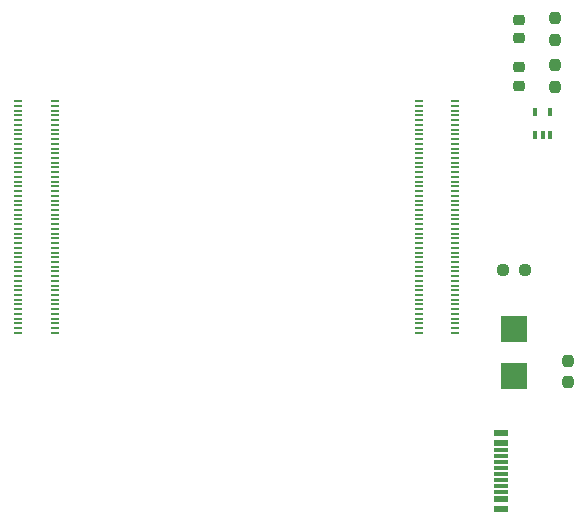
<source format=gtp>
G04 #@! TF.GenerationSoftware,KiCad,Pcbnew,(5.99.0-10613-g4d227d2d2b)*
G04 #@! TF.CreationDate,2021-06-17T11:01:32+05:30*
G04 #@! TF.ProjectId,rpi-cm4-base-carrier,7270692d-636d-4342-9d62-6173652d6361,v01*
G04 #@! TF.SameCoordinates,Original*
G04 #@! TF.FileFunction,Paste,Top*
G04 #@! TF.FilePolarity,Positive*
%FSLAX46Y46*%
G04 Gerber Fmt 4.6, Leading zero omitted, Abs format (unit mm)*
G04 Created by KiCad (PCBNEW (5.99.0-10613-g4d227d2d2b)) date 2021-06-17 11:01:32*
%MOMM*%
%LPD*%
G01*
G04 APERTURE LIST*
G04 Aperture macros list*
%AMRoundRect*
0 Rectangle with rounded corners*
0 $1 Rounding radius*
0 $2 $3 $4 $5 $6 $7 $8 $9 X,Y pos of 4 corners*
0 Add a 4 corners polygon primitive as box body*
4,1,4,$2,$3,$4,$5,$6,$7,$8,$9,$2,$3,0*
0 Add four circle primitives for the rounded corners*
1,1,$1+$1,$2,$3*
1,1,$1+$1,$4,$5*
1,1,$1+$1,$6,$7*
1,1,$1+$1,$8,$9*
0 Add four rect primitives between the rounded corners*
20,1,$1+$1,$2,$3,$4,$5,0*
20,1,$1+$1,$4,$5,$6,$7,0*
20,1,$1+$1,$6,$7,$8,$9,0*
20,1,$1+$1,$8,$9,$2,$3,0*%
G04 Aperture macros list end*
%ADD10RoundRect,0.237500X0.250000X0.237500X-0.250000X0.237500X-0.250000X-0.237500X0.250000X-0.237500X0*%
%ADD11R,2.260600X2.311400*%
%ADD12R,0.400000X0.650000*%
%ADD13RoundRect,0.237500X-0.237500X0.250000X-0.237500X-0.250000X0.237500X-0.250000X0.237500X0.250000X0*%
%ADD14R,1.150000X0.600000*%
%ADD15R,1.150000X0.300000*%
%ADD16RoundRect,0.218750X-0.256250X0.218750X-0.256250X-0.218750X0.256250X-0.218750X0.256250X0.218750X0*%
%ADD17RoundRect,0.237500X0.237500X-0.250000X0.237500X0.250000X-0.237500X0.250000X-0.237500X-0.250000X0*%
%ADD18R,0.700000X0.200000*%
G04 APERTURE END LIST*
D10*
X170912500Y-108000000D03*
X169087500Y-108000000D03*
D11*
X170000000Y-116993900D03*
X170000000Y-113006100D03*
D12*
X171773750Y-96526250D03*
X172423750Y-96526250D03*
X173073750Y-96526250D03*
X173073750Y-94626250D03*
X171773750Y-94626250D03*
D13*
X173423750Y-86663750D03*
X173423750Y-88488750D03*
D14*
X168910000Y-128212500D03*
X168910000Y-127412500D03*
D15*
X168910000Y-126262500D03*
X168910000Y-125262500D03*
X168910000Y-124762500D03*
X168910000Y-123762500D03*
D14*
X168910000Y-121812500D03*
X168910000Y-122612500D03*
D15*
X168910000Y-123262500D03*
X168910000Y-124262500D03*
X168910000Y-125762500D03*
X168910000Y-126762500D03*
D16*
X170423750Y-90788750D03*
X170423750Y-92363750D03*
D13*
X173431200Y-90627200D03*
X173431200Y-92452200D03*
D16*
X170423750Y-86788750D03*
X170423750Y-88363750D03*
D17*
X174550000Y-117475000D03*
X174550000Y-115650000D03*
D18*
X165000000Y-113300000D03*
X161920000Y-113300000D03*
X165000000Y-112900000D03*
X161920000Y-112900000D03*
X165000000Y-112500000D03*
X161920000Y-112500000D03*
X165000000Y-112100000D03*
X161920000Y-112100000D03*
X165000000Y-111700000D03*
X161920000Y-111700000D03*
X165000000Y-111300000D03*
X161920000Y-111300000D03*
X165000000Y-110900000D03*
X161920000Y-110900000D03*
X165000000Y-110500000D03*
X161920000Y-110500000D03*
X165000000Y-110100000D03*
X161920000Y-110100000D03*
X165000000Y-109700000D03*
X161920000Y-109700000D03*
X165000000Y-109300000D03*
X161920000Y-109300000D03*
X165000000Y-108900000D03*
X161920000Y-108900000D03*
X165000000Y-108500000D03*
X161920000Y-108500000D03*
X165000000Y-108100000D03*
X161920000Y-108100000D03*
X165000000Y-107700000D03*
X161920000Y-107700000D03*
X165000000Y-107300000D03*
X161920000Y-107300000D03*
X165000000Y-106900000D03*
X161920000Y-106900000D03*
X165000000Y-106500000D03*
X161920000Y-106500000D03*
X165000000Y-106100000D03*
X161920000Y-106100000D03*
X165000000Y-105700000D03*
X161920000Y-105700000D03*
X165000000Y-105300000D03*
X161920000Y-105300000D03*
X165000000Y-104900000D03*
X161920000Y-104900000D03*
X165000000Y-104500000D03*
X161920000Y-104500000D03*
X165000000Y-104100000D03*
X161920000Y-104100000D03*
X165000000Y-103700000D03*
X161920000Y-103700000D03*
X165000000Y-103300000D03*
X161920000Y-103300000D03*
X165000000Y-102900000D03*
X161920000Y-102900000D03*
X165000000Y-102500000D03*
X161920000Y-102500000D03*
X165000000Y-102100000D03*
X161920000Y-102100000D03*
X165000000Y-101700000D03*
X161920000Y-101700000D03*
X165000000Y-101300000D03*
X161920000Y-101300000D03*
X165000000Y-100900000D03*
X161920000Y-100900000D03*
X165000000Y-100500000D03*
X161920000Y-100500000D03*
X165000000Y-100100000D03*
X161920000Y-100100000D03*
X165000000Y-99700000D03*
X161920000Y-99700000D03*
X165000000Y-99300000D03*
X161920000Y-99300000D03*
X165000000Y-98900000D03*
X161920000Y-98900000D03*
X165000000Y-98500000D03*
X161920000Y-98500000D03*
X165000000Y-98100000D03*
X161920000Y-98100000D03*
X165000000Y-97700000D03*
X161920000Y-97700000D03*
X165000000Y-97300000D03*
X161920000Y-97300000D03*
X165000000Y-96900000D03*
X161920000Y-96900000D03*
X165000000Y-96500000D03*
X161920000Y-96500000D03*
X165000000Y-96100000D03*
X161920000Y-96100000D03*
X165000000Y-95700000D03*
X161920000Y-95700000D03*
X165000000Y-95300000D03*
X161920000Y-95300000D03*
X165000000Y-94900000D03*
X161920000Y-94900000D03*
X165000000Y-94500000D03*
X161920000Y-94500000D03*
X165000000Y-94100000D03*
X161920000Y-94100000D03*
X165000000Y-93700000D03*
X161920000Y-93700000D03*
X131080000Y-113300000D03*
X128000000Y-113300000D03*
X131080000Y-112900000D03*
X128000000Y-112900000D03*
X131080000Y-112500000D03*
X128000000Y-112500000D03*
X131080000Y-112100000D03*
X128000000Y-112100000D03*
X131080000Y-111700000D03*
X128000000Y-111700000D03*
X131080000Y-111300000D03*
X128000000Y-111300000D03*
X131080000Y-110900000D03*
X128000000Y-110900000D03*
X131080000Y-110500000D03*
X128000000Y-110500000D03*
X131080000Y-110100000D03*
X128000000Y-110100000D03*
X131080000Y-109700000D03*
X128000000Y-109700000D03*
X131080000Y-109300000D03*
X128000000Y-109300000D03*
X131080000Y-108900000D03*
X128000000Y-108900000D03*
X131080000Y-108500000D03*
X128000000Y-108500000D03*
X131080000Y-108100000D03*
X128000000Y-108100000D03*
X131080000Y-107700000D03*
X128000000Y-107700000D03*
X131080000Y-107300000D03*
X128000000Y-107300000D03*
X131080000Y-106900000D03*
X128000000Y-106900000D03*
X131080000Y-106500000D03*
X128000000Y-106500000D03*
X131080000Y-106100000D03*
X128000000Y-106100000D03*
X131080000Y-105700000D03*
X128000000Y-105700000D03*
X131080000Y-105300000D03*
X128000000Y-105300000D03*
X131080000Y-104900000D03*
X128000000Y-104900000D03*
X131080000Y-104500000D03*
X128000000Y-104500000D03*
X131080000Y-104100000D03*
X128000000Y-104100000D03*
X131080000Y-103700000D03*
X128000000Y-103700000D03*
X131080000Y-103300000D03*
X128000000Y-103300000D03*
X131080000Y-102900000D03*
X128000000Y-102900000D03*
X131080000Y-102500000D03*
X128000000Y-102500000D03*
X131080000Y-102100000D03*
X128000000Y-102100000D03*
X131080000Y-101700000D03*
X128000000Y-101700000D03*
X131080000Y-101300000D03*
X128000000Y-101300000D03*
X131080000Y-100900000D03*
X128000000Y-100900000D03*
X131080000Y-100500000D03*
X128000000Y-100500000D03*
X131080000Y-100100000D03*
X128000000Y-100100000D03*
X131080000Y-99700000D03*
X128000000Y-99700000D03*
X131080000Y-99300000D03*
X128000000Y-99300000D03*
X131080000Y-98900000D03*
X128000000Y-98900000D03*
X131080000Y-98500000D03*
X128000000Y-98500000D03*
X131080000Y-98100000D03*
X128000000Y-98100000D03*
X131080000Y-97700000D03*
X128000000Y-97700000D03*
X131080000Y-97300000D03*
X128000000Y-97300000D03*
X131080000Y-96900000D03*
X128000000Y-96900000D03*
X131080000Y-96500000D03*
X128000000Y-96500000D03*
X131080000Y-96100000D03*
X128000000Y-96100000D03*
X131080000Y-95700000D03*
X128000000Y-95700000D03*
X131080000Y-95300000D03*
X128000000Y-95300000D03*
X131080000Y-94900000D03*
X128000000Y-94900000D03*
X131080000Y-94500000D03*
X128000000Y-94500000D03*
X131080000Y-94100000D03*
X128000000Y-94100000D03*
X131080000Y-93700000D03*
X128000000Y-93700000D03*
M02*

</source>
